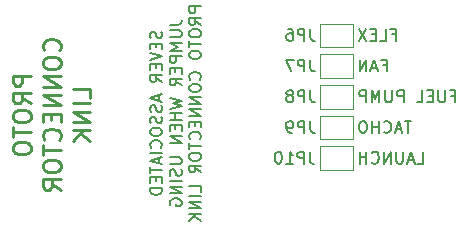
<source format=gbo>
G04 #@! TF.GenerationSoftware,KiCad,Pcbnew,(5.1.9-0-10_14)*
G04 #@! TF.CreationDate,2021-04-29T13:58:58+10:00*
G04 #@! TF.ProjectId,v0.4.4d,76302e34-2e34-4642-9e6b-696361645f70,4d*
G04 #@! TF.SameCoordinates,Original*
G04 #@! TF.FileFunction,Legend,Bot*
G04 #@! TF.FilePolarity,Positive*
%FSLAX46Y46*%
G04 Gerber Fmt 4.6, Leading zero omitted, Abs format (unit mm)*
G04 Created by KiCad (PCBNEW (5.1.9-0-10_14)) date 2021-04-29 13:58:58*
%MOMM*%
%LPD*%
G01*
G04 APERTURE LIST*
%ADD10C,0.150000*%
%ADD11C,0.287500*%
%ADD12C,0.120000*%
G04 APERTURE END LIST*
D10*
X144649880Y-111128571D02*
X144983214Y-111128571D01*
X144983214Y-111652380D02*
X144983214Y-110652380D01*
X144507023Y-110652380D01*
X143649880Y-111652380D02*
X144126071Y-111652380D01*
X144126071Y-110652380D01*
X143316547Y-111128571D02*
X142983214Y-111128571D01*
X142840357Y-111652380D02*
X143316547Y-111652380D01*
X143316547Y-110652380D01*
X142840357Y-110652380D01*
X142507023Y-110652380D02*
X141840357Y-111652380D01*
X141840357Y-110652380D02*
X142507023Y-111652380D01*
X143887976Y-113728571D02*
X144221309Y-113728571D01*
X144221309Y-114252380D02*
X144221309Y-113252380D01*
X143745119Y-113252380D01*
X143411785Y-113966666D02*
X142935595Y-113966666D01*
X143507023Y-114252380D02*
X143173690Y-113252380D01*
X142840357Y-114252380D01*
X142507023Y-114252380D02*
X142507023Y-113252380D01*
X141935595Y-114252380D01*
X141935595Y-113252380D01*
X149697500Y-116328571D02*
X150030833Y-116328571D01*
X150030833Y-116852380D02*
X150030833Y-115852380D01*
X149554642Y-115852380D01*
X149173690Y-115852380D02*
X149173690Y-116661904D01*
X149126071Y-116757142D01*
X149078452Y-116804761D01*
X148983214Y-116852380D01*
X148792738Y-116852380D01*
X148697500Y-116804761D01*
X148649880Y-116757142D01*
X148602261Y-116661904D01*
X148602261Y-115852380D01*
X148126071Y-116328571D02*
X147792738Y-116328571D01*
X147649880Y-116852380D02*
X148126071Y-116852380D01*
X148126071Y-115852380D01*
X147649880Y-115852380D01*
X146745119Y-116852380D02*
X147221309Y-116852380D01*
X147221309Y-115852380D01*
X145649880Y-116852380D02*
X145649880Y-115852380D01*
X145268928Y-115852380D01*
X145173690Y-115900000D01*
X145126071Y-115947619D01*
X145078452Y-116042857D01*
X145078452Y-116185714D01*
X145126071Y-116280952D01*
X145173690Y-116328571D01*
X145268928Y-116376190D01*
X145649880Y-116376190D01*
X144649880Y-115852380D02*
X144649880Y-116661904D01*
X144602261Y-116757142D01*
X144554642Y-116804761D01*
X144459404Y-116852380D01*
X144268928Y-116852380D01*
X144173690Y-116804761D01*
X144126071Y-116757142D01*
X144078452Y-116661904D01*
X144078452Y-115852380D01*
X143602261Y-116852380D02*
X143602261Y-115852380D01*
X143268928Y-116566666D01*
X142935595Y-115852380D01*
X142935595Y-116852380D01*
X142459404Y-116852380D02*
X142459404Y-115852380D01*
X142078452Y-115852380D01*
X141983214Y-115900000D01*
X141935595Y-115947619D01*
X141887976Y-116042857D01*
X141887976Y-116185714D01*
X141935595Y-116280952D01*
X141983214Y-116328571D01*
X142078452Y-116376190D01*
X142459404Y-116376190D01*
X146316547Y-118452380D02*
X145745119Y-118452380D01*
X146030833Y-119452380D02*
X146030833Y-118452380D01*
X145459404Y-119166666D02*
X144983214Y-119166666D01*
X145554642Y-119452380D02*
X145221309Y-118452380D01*
X144887976Y-119452380D01*
X143983214Y-119357142D02*
X144030833Y-119404761D01*
X144173690Y-119452380D01*
X144268928Y-119452380D01*
X144411785Y-119404761D01*
X144507023Y-119309523D01*
X144554642Y-119214285D01*
X144602261Y-119023809D01*
X144602261Y-118880952D01*
X144554642Y-118690476D01*
X144507023Y-118595238D01*
X144411785Y-118500000D01*
X144268928Y-118452380D01*
X144173690Y-118452380D01*
X144030833Y-118500000D01*
X143983214Y-118547619D01*
X143554642Y-119452380D02*
X143554642Y-118452380D01*
X143554642Y-118928571D02*
X142983214Y-118928571D01*
X142983214Y-119452380D02*
X142983214Y-118452380D01*
X142316547Y-118452380D02*
X142126071Y-118452380D01*
X142030833Y-118500000D01*
X141935595Y-118595238D01*
X141887976Y-118785714D01*
X141887976Y-119119047D01*
X141935595Y-119309523D01*
X142030833Y-119404761D01*
X142126071Y-119452380D01*
X142316547Y-119452380D01*
X142411785Y-119404761D01*
X142507023Y-119309523D01*
X142554642Y-119119047D01*
X142554642Y-118785714D01*
X142507023Y-118595238D01*
X142411785Y-118500000D01*
X142316547Y-118452380D01*
X146792738Y-122052380D02*
X147268928Y-122052380D01*
X147268928Y-121052380D01*
X146507023Y-121766666D02*
X146030833Y-121766666D01*
X146602261Y-122052380D02*
X146268928Y-121052380D01*
X145935595Y-122052380D01*
X145602261Y-121052380D02*
X145602261Y-121861904D01*
X145554642Y-121957142D01*
X145507023Y-122004761D01*
X145411785Y-122052380D01*
X145221309Y-122052380D01*
X145126071Y-122004761D01*
X145078452Y-121957142D01*
X145030833Y-121861904D01*
X145030833Y-121052380D01*
X144554642Y-122052380D02*
X144554642Y-121052380D01*
X143983214Y-122052380D01*
X143983214Y-121052380D01*
X142935595Y-121957142D02*
X142983214Y-122004761D01*
X143126071Y-122052380D01*
X143221309Y-122052380D01*
X143364166Y-122004761D01*
X143459404Y-121909523D01*
X143507023Y-121814285D01*
X143554642Y-121623809D01*
X143554642Y-121480952D01*
X143507023Y-121290476D01*
X143459404Y-121195238D01*
X143364166Y-121100000D01*
X143221309Y-121052380D01*
X143126071Y-121052380D01*
X142983214Y-121100000D01*
X142935595Y-121147619D01*
X142507023Y-122052380D02*
X142507023Y-121052380D01*
X142507023Y-121528571D02*
X141935595Y-121528571D01*
X141935595Y-122052380D02*
X141935595Y-121052380D01*
X125154761Y-110895238D02*
X125202380Y-111038095D01*
X125202380Y-111276190D01*
X125154761Y-111371428D01*
X125107142Y-111419047D01*
X125011904Y-111466666D01*
X124916666Y-111466666D01*
X124821428Y-111419047D01*
X124773809Y-111371428D01*
X124726190Y-111276190D01*
X124678571Y-111085714D01*
X124630952Y-110990476D01*
X124583333Y-110942857D01*
X124488095Y-110895238D01*
X124392857Y-110895238D01*
X124297619Y-110942857D01*
X124250000Y-110990476D01*
X124202380Y-111085714D01*
X124202380Y-111323809D01*
X124250000Y-111466666D01*
X124678571Y-111895238D02*
X124678571Y-112228571D01*
X125202380Y-112371428D02*
X125202380Y-111895238D01*
X124202380Y-111895238D01*
X124202380Y-112371428D01*
X124202380Y-112657142D02*
X125202380Y-112990476D01*
X124202380Y-113323809D01*
X124678571Y-113657142D02*
X124678571Y-113990476D01*
X125202380Y-114133333D02*
X125202380Y-113657142D01*
X124202380Y-113657142D01*
X124202380Y-114133333D01*
X125202380Y-115133333D02*
X124726190Y-114800000D01*
X125202380Y-114561904D02*
X124202380Y-114561904D01*
X124202380Y-114942857D01*
X124250000Y-115038095D01*
X124297619Y-115085714D01*
X124392857Y-115133333D01*
X124535714Y-115133333D01*
X124630952Y-115085714D01*
X124678571Y-115038095D01*
X124726190Y-114942857D01*
X124726190Y-114561904D01*
X124916666Y-116276190D02*
X124916666Y-116752380D01*
X125202380Y-116180952D02*
X124202380Y-116514285D01*
X125202380Y-116847619D01*
X125154761Y-117133333D02*
X125202380Y-117276190D01*
X125202380Y-117514285D01*
X125154761Y-117609523D01*
X125107142Y-117657142D01*
X125011904Y-117704761D01*
X124916666Y-117704761D01*
X124821428Y-117657142D01*
X124773809Y-117609523D01*
X124726190Y-117514285D01*
X124678571Y-117323809D01*
X124630952Y-117228571D01*
X124583333Y-117180952D01*
X124488095Y-117133333D01*
X124392857Y-117133333D01*
X124297619Y-117180952D01*
X124250000Y-117228571D01*
X124202380Y-117323809D01*
X124202380Y-117561904D01*
X124250000Y-117704761D01*
X125154761Y-118085714D02*
X125202380Y-118228571D01*
X125202380Y-118466666D01*
X125154761Y-118561904D01*
X125107142Y-118609523D01*
X125011904Y-118657142D01*
X124916666Y-118657142D01*
X124821428Y-118609523D01*
X124773809Y-118561904D01*
X124726190Y-118466666D01*
X124678571Y-118276190D01*
X124630952Y-118180952D01*
X124583333Y-118133333D01*
X124488095Y-118085714D01*
X124392857Y-118085714D01*
X124297619Y-118133333D01*
X124250000Y-118180952D01*
X124202380Y-118276190D01*
X124202380Y-118514285D01*
X124250000Y-118657142D01*
X124202380Y-119276190D02*
X124202380Y-119466666D01*
X124250000Y-119561904D01*
X124345238Y-119657142D01*
X124535714Y-119704761D01*
X124869047Y-119704761D01*
X125059523Y-119657142D01*
X125154761Y-119561904D01*
X125202380Y-119466666D01*
X125202380Y-119276190D01*
X125154761Y-119180952D01*
X125059523Y-119085714D01*
X124869047Y-119038095D01*
X124535714Y-119038095D01*
X124345238Y-119085714D01*
X124250000Y-119180952D01*
X124202380Y-119276190D01*
X125107142Y-120704761D02*
X125154761Y-120657142D01*
X125202380Y-120514285D01*
X125202380Y-120419047D01*
X125154761Y-120276190D01*
X125059523Y-120180952D01*
X124964285Y-120133333D01*
X124773809Y-120085714D01*
X124630952Y-120085714D01*
X124440476Y-120133333D01*
X124345238Y-120180952D01*
X124250000Y-120276190D01*
X124202380Y-120419047D01*
X124202380Y-120514285D01*
X124250000Y-120657142D01*
X124297619Y-120704761D01*
X125202380Y-121133333D02*
X124202380Y-121133333D01*
X124916666Y-121561904D02*
X124916666Y-122038095D01*
X125202380Y-121466666D02*
X124202380Y-121800000D01*
X125202380Y-122133333D01*
X124202380Y-122323809D02*
X124202380Y-122895238D01*
X125202380Y-122609523D02*
X124202380Y-122609523D01*
X124678571Y-123228571D02*
X124678571Y-123561904D01*
X125202380Y-123704761D02*
X125202380Y-123228571D01*
X124202380Y-123228571D01*
X124202380Y-123704761D01*
X125202380Y-124133333D02*
X124202380Y-124133333D01*
X124202380Y-124371428D01*
X124250000Y-124514285D01*
X124345238Y-124609523D01*
X124440476Y-124657142D01*
X124630952Y-124704761D01*
X124773809Y-124704761D01*
X124964285Y-124657142D01*
X125059523Y-124609523D01*
X125154761Y-124514285D01*
X125202380Y-124371428D01*
X125202380Y-124133333D01*
X125852380Y-110300000D02*
X126566666Y-110300000D01*
X126709523Y-110252380D01*
X126804761Y-110157142D01*
X126852380Y-110014285D01*
X126852380Y-109919047D01*
X125852380Y-110776190D02*
X126661904Y-110776190D01*
X126757142Y-110823809D01*
X126804761Y-110871428D01*
X126852380Y-110966666D01*
X126852380Y-111157142D01*
X126804761Y-111252380D01*
X126757142Y-111300000D01*
X126661904Y-111347619D01*
X125852380Y-111347619D01*
X126852380Y-111823809D02*
X125852380Y-111823809D01*
X126566666Y-112157142D01*
X125852380Y-112490476D01*
X126852380Y-112490476D01*
X126852380Y-112966666D02*
X125852380Y-112966666D01*
X125852380Y-113347619D01*
X125900000Y-113442857D01*
X125947619Y-113490476D01*
X126042857Y-113538095D01*
X126185714Y-113538095D01*
X126280952Y-113490476D01*
X126328571Y-113442857D01*
X126376190Y-113347619D01*
X126376190Y-112966666D01*
X126328571Y-113966666D02*
X126328571Y-114300000D01*
X126852380Y-114442857D02*
X126852380Y-113966666D01*
X125852380Y-113966666D01*
X125852380Y-114442857D01*
X126852380Y-115442857D02*
X126376190Y-115109523D01*
X126852380Y-114871428D02*
X125852380Y-114871428D01*
X125852380Y-115252380D01*
X125900000Y-115347619D01*
X125947619Y-115395238D01*
X126042857Y-115442857D01*
X126185714Y-115442857D01*
X126280952Y-115395238D01*
X126328571Y-115347619D01*
X126376190Y-115252380D01*
X126376190Y-114871428D01*
X125852380Y-116538095D02*
X126852380Y-116776190D01*
X126138095Y-116966666D01*
X126852380Y-117157142D01*
X125852380Y-117395238D01*
X126852380Y-117776190D02*
X125852380Y-117776190D01*
X126328571Y-117776190D02*
X126328571Y-118347619D01*
X126852380Y-118347619D02*
X125852380Y-118347619D01*
X126328571Y-118823809D02*
X126328571Y-119157142D01*
X126852380Y-119300000D02*
X126852380Y-118823809D01*
X125852380Y-118823809D01*
X125852380Y-119300000D01*
X126852380Y-119728571D02*
X125852380Y-119728571D01*
X126852380Y-120300000D01*
X125852380Y-120300000D01*
X125852380Y-121538095D02*
X126661904Y-121538095D01*
X126757142Y-121585714D01*
X126804761Y-121633333D01*
X126852380Y-121728571D01*
X126852380Y-121919047D01*
X126804761Y-122014285D01*
X126757142Y-122061904D01*
X126661904Y-122109523D01*
X125852380Y-122109523D01*
X126804761Y-122538095D02*
X126852380Y-122680952D01*
X126852380Y-122919047D01*
X126804761Y-123014285D01*
X126757142Y-123061904D01*
X126661904Y-123109523D01*
X126566666Y-123109523D01*
X126471428Y-123061904D01*
X126423809Y-123014285D01*
X126376190Y-122919047D01*
X126328571Y-122728571D01*
X126280952Y-122633333D01*
X126233333Y-122585714D01*
X126138095Y-122538095D01*
X126042857Y-122538095D01*
X125947619Y-122585714D01*
X125900000Y-122633333D01*
X125852380Y-122728571D01*
X125852380Y-122966666D01*
X125900000Y-123109523D01*
X126852380Y-123538095D02*
X125852380Y-123538095D01*
X126852380Y-124014285D02*
X125852380Y-124014285D01*
X126852380Y-124585714D01*
X125852380Y-124585714D01*
X125900000Y-125585714D02*
X125852380Y-125490476D01*
X125852380Y-125347619D01*
X125900000Y-125204761D01*
X125995238Y-125109523D01*
X126090476Y-125061904D01*
X126280952Y-125014285D01*
X126423809Y-125014285D01*
X126614285Y-125061904D01*
X126709523Y-125109523D01*
X126804761Y-125204761D01*
X126852380Y-125347619D01*
X126852380Y-125442857D01*
X126804761Y-125585714D01*
X126757142Y-125633333D01*
X126423809Y-125633333D01*
X126423809Y-125442857D01*
X128502380Y-108752380D02*
X127502380Y-108752380D01*
X127502380Y-109133333D01*
X127550000Y-109228571D01*
X127597619Y-109276190D01*
X127692857Y-109323809D01*
X127835714Y-109323809D01*
X127930952Y-109276190D01*
X127978571Y-109228571D01*
X128026190Y-109133333D01*
X128026190Y-108752380D01*
X128502380Y-110323809D02*
X128026190Y-109990476D01*
X128502380Y-109752380D02*
X127502380Y-109752380D01*
X127502380Y-110133333D01*
X127550000Y-110228571D01*
X127597619Y-110276190D01*
X127692857Y-110323809D01*
X127835714Y-110323809D01*
X127930952Y-110276190D01*
X127978571Y-110228571D01*
X128026190Y-110133333D01*
X128026190Y-109752380D01*
X127502380Y-110942857D02*
X127502380Y-111133333D01*
X127550000Y-111228571D01*
X127645238Y-111323809D01*
X127835714Y-111371428D01*
X128169047Y-111371428D01*
X128359523Y-111323809D01*
X128454761Y-111228571D01*
X128502380Y-111133333D01*
X128502380Y-110942857D01*
X128454761Y-110847619D01*
X128359523Y-110752380D01*
X128169047Y-110704761D01*
X127835714Y-110704761D01*
X127645238Y-110752380D01*
X127550000Y-110847619D01*
X127502380Y-110942857D01*
X127502380Y-111657142D02*
X127502380Y-112228571D01*
X128502380Y-111942857D02*
X127502380Y-111942857D01*
X127502380Y-112752380D02*
X127502380Y-112942857D01*
X127550000Y-113038095D01*
X127645238Y-113133333D01*
X127835714Y-113180952D01*
X128169047Y-113180952D01*
X128359523Y-113133333D01*
X128454761Y-113038095D01*
X128502380Y-112942857D01*
X128502380Y-112752380D01*
X128454761Y-112657142D01*
X128359523Y-112561904D01*
X128169047Y-112514285D01*
X127835714Y-112514285D01*
X127645238Y-112561904D01*
X127550000Y-112657142D01*
X127502380Y-112752380D01*
X128407142Y-114942857D02*
X128454761Y-114895238D01*
X128502380Y-114752380D01*
X128502380Y-114657142D01*
X128454761Y-114514285D01*
X128359523Y-114419047D01*
X128264285Y-114371428D01*
X128073809Y-114323809D01*
X127930952Y-114323809D01*
X127740476Y-114371428D01*
X127645238Y-114419047D01*
X127550000Y-114514285D01*
X127502380Y-114657142D01*
X127502380Y-114752380D01*
X127550000Y-114895238D01*
X127597619Y-114942857D01*
X127502380Y-115561904D02*
X127502380Y-115752380D01*
X127550000Y-115847619D01*
X127645238Y-115942857D01*
X127835714Y-115990476D01*
X128169047Y-115990476D01*
X128359523Y-115942857D01*
X128454761Y-115847619D01*
X128502380Y-115752380D01*
X128502380Y-115561904D01*
X128454761Y-115466666D01*
X128359523Y-115371428D01*
X128169047Y-115323809D01*
X127835714Y-115323809D01*
X127645238Y-115371428D01*
X127550000Y-115466666D01*
X127502380Y-115561904D01*
X128502380Y-116419047D02*
X127502380Y-116419047D01*
X128502380Y-116990476D01*
X127502380Y-116990476D01*
X128502380Y-117466666D02*
X127502380Y-117466666D01*
X128502380Y-118038095D01*
X127502380Y-118038095D01*
X127978571Y-118514285D02*
X127978571Y-118847619D01*
X128502380Y-118990476D02*
X128502380Y-118514285D01*
X127502380Y-118514285D01*
X127502380Y-118990476D01*
X128407142Y-119990476D02*
X128454761Y-119942857D01*
X128502380Y-119800000D01*
X128502380Y-119704761D01*
X128454761Y-119561904D01*
X128359523Y-119466666D01*
X128264285Y-119419047D01*
X128073809Y-119371428D01*
X127930952Y-119371428D01*
X127740476Y-119419047D01*
X127645238Y-119466666D01*
X127550000Y-119561904D01*
X127502380Y-119704761D01*
X127502380Y-119800000D01*
X127550000Y-119942857D01*
X127597619Y-119990476D01*
X127502380Y-120276190D02*
X127502380Y-120847619D01*
X128502380Y-120561904D02*
X127502380Y-120561904D01*
X127502380Y-121371428D02*
X127502380Y-121561904D01*
X127550000Y-121657142D01*
X127645238Y-121752380D01*
X127835714Y-121800000D01*
X128169047Y-121800000D01*
X128359523Y-121752380D01*
X128454761Y-121657142D01*
X128502380Y-121561904D01*
X128502380Y-121371428D01*
X128454761Y-121276190D01*
X128359523Y-121180952D01*
X128169047Y-121133333D01*
X127835714Y-121133333D01*
X127645238Y-121180952D01*
X127550000Y-121276190D01*
X127502380Y-121371428D01*
X128502380Y-122800000D02*
X128026190Y-122466666D01*
X128502380Y-122228571D02*
X127502380Y-122228571D01*
X127502380Y-122609523D01*
X127550000Y-122704761D01*
X127597619Y-122752380D01*
X127692857Y-122800000D01*
X127835714Y-122800000D01*
X127930952Y-122752380D01*
X127978571Y-122704761D01*
X128026190Y-122609523D01*
X128026190Y-122228571D01*
X128502380Y-124466666D02*
X128502380Y-123990476D01*
X127502380Y-123990476D01*
X128502380Y-124800000D02*
X127502380Y-124800000D01*
X128502380Y-125276190D02*
X127502380Y-125276190D01*
X128502380Y-125847619D01*
X127502380Y-125847619D01*
X128502380Y-126323809D02*
X127502380Y-126323809D01*
X128502380Y-126895238D02*
X127930952Y-126466666D01*
X127502380Y-126895238D02*
X128073809Y-126323809D01*
D11*
X114067857Y-114614285D02*
X112567857Y-114614285D01*
X112567857Y-115185714D01*
X112639286Y-115328571D01*
X112710714Y-115400000D01*
X112853571Y-115471428D01*
X113067857Y-115471428D01*
X113210714Y-115400000D01*
X113282143Y-115328571D01*
X113353571Y-115185714D01*
X113353571Y-114614285D01*
X114067857Y-116971428D02*
X113353571Y-116471428D01*
X114067857Y-116114285D02*
X112567857Y-116114285D01*
X112567857Y-116685714D01*
X112639286Y-116828571D01*
X112710714Y-116900000D01*
X112853571Y-116971428D01*
X113067857Y-116971428D01*
X113210714Y-116900000D01*
X113282143Y-116828571D01*
X113353571Y-116685714D01*
X113353571Y-116114285D01*
X112567857Y-117900000D02*
X112567857Y-118185714D01*
X112639286Y-118328571D01*
X112782143Y-118471428D01*
X113067857Y-118542857D01*
X113567857Y-118542857D01*
X113853571Y-118471428D01*
X113996428Y-118328571D01*
X114067857Y-118185714D01*
X114067857Y-117900000D01*
X113996428Y-117757142D01*
X113853571Y-117614285D01*
X113567857Y-117542857D01*
X113067857Y-117542857D01*
X112782143Y-117614285D01*
X112639286Y-117757142D01*
X112567857Y-117900000D01*
X112567857Y-118971428D02*
X112567857Y-119828571D01*
X114067857Y-119400000D02*
X112567857Y-119400000D01*
X112567857Y-120614285D02*
X112567857Y-120900000D01*
X112639286Y-121042857D01*
X112782143Y-121185714D01*
X113067857Y-121257142D01*
X113567857Y-121257142D01*
X113853571Y-121185714D01*
X113996428Y-121042857D01*
X114067857Y-120900000D01*
X114067857Y-120614285D01*
X113996428Y-120471428D01*
X113853571Y-120328571D01*
X113567857Y-120257142D01*
X113067857Y-120257142D01*
X112782143Y-120328571D01*
X112639286Y-120471428D01*
X112567857Y-120614285D01*
X116462500Y-112471428D02*
X116533928Y-112400000D01*
X116605357Y-112185714D01*
X116605357Y-112042857D01*
X116533928Y-111828571D01*
X116391071Y-111685714D01*
X116248214Y-111614285D01*
X115962500Y-111542857D01*
X115748214Y-111542857D01*
X115462500Y-111614285D01*
X115319643Y-111685714D01*
X115176786Y-111828571D01*
X115105357Y-112042857D01*
X115105357Y-112185714D01*
X115176786Y-112400000D01*
X115248214Y-112471428D01*
X115105357Y-113400000D02*
X115105357Y-113685714D01*
X115176786Y-113828571D01*
X115319643Y-113971428D01*
X115605357Y-114042857D01*
X116105357Y-114042857D01*
X116391071Y-113971428D01*
X116533928Y-113828571D01*
X116605357Y-113685714D01*
X116605357Y-113400000D01*
X116533928Y-113257142D01*
X116391071Y-113114285D01*
X116105357Y-113042857D01*
X115605357Y-113042857D01*
X115319643Y-113114285D01*
X115176786Y-113257142D01*
X115105357Y-113400000D01*
X116605357Y-114685714D02*
X115105357Y-114685714D01*
X116605357Y-115542857D01*
X115105357Y-115542857D01*
X116605357Y-116257142D02*
X115105357Y-116257142D01*
X116605357Y-117114285D01*
X115105357Y-117114285D01*
X115819643Y-117828571D02*
X115819643Y-118328571D01*
X116605357Y-118542857D02*
X116605357Y-117828571D01*
X115105357Y-117828571D01*
X115105357Y-118542857D01*
X116462500Y-120042857D02*
X116533928Y-119971428D01*
X116605357Y-119757142D01*
X116605357Y-119614285D01*
X116533928Y-119400000D01*
X116391071Y-119257142D01*
X116248214Y-119185714D01*
X115962500Y-119114285D01*
X115748214Y-119114285D01*
X115462500Y-119185714D01*
X115319643Y-119257142D01*
X115176786Y-119400000D01*
X115105357Y-119614285D01*
X115105357Y-119757142D01*
X115176786Y-119971428D01*
X115248214Y-120042857D01*
X115105357Y-120471428D02*
X115105357Y-121328571D01*
X116605357Y-120899999D02*
X115105357Y-120899999D01*
X115105357Y-122114285D02*
X115105357Y-122399999D01*
X115176786Y-122542857D01*
X115319643Y-122685714D01*
X115605357Y-122757142D01*
X116105357Y-122757142D01*
X116391071Y-122685714D01*
X116533928Y-122542857D01*
X116605357Y-122399999D01*
X116605357Y-122114285D01*
X116533928Y-121971428D01*
X116391071Y-121828571D01*
X116105357Y-121757142D01*
X115605357Y-121757142D01*
X115319643Y-121828571D01*
X115176786Y-121971428D01*
X115105357Y-122114285D01*
X116605357Y-124257142D02*
X115891071Y-123757142D01*
X116605357Y-123399999D02*
X115105357Y-123399999D01*
X115105357Y-123971428D01*
X115176786Y-124114285D01*
X115248214Y-124185714D01*
X115391071Y-124257142D01*
X115605357Y-124257142D01*
X115748214Y-124185714D01*
X115819643Y-124114285D01*
X115891071Y-123971428D01*
X115891071Y-123399999D01*
X119142857Y-116471428D02*
X119142857Y-115757142D01*
X117642857Y-115757142D01*
X119142857Y-116971428D02*
X117642857Y-116971428D01*
X119142857Y-117685714D02*
X117642857Y-117685714D01*
X119142857Y-118542857D01*
X117642857Y-118542857D01*
X119142857Y-119257142D02*
X117642857Y-119257142D01*
X119142857Y-120114285D02*
X118285714Y-119471428D01*
X117642857Y-120114285D02*
X118500000Y-119257142D01*
D12*
X141400000Y-122600000D02*
X141400000Y-120600000D01*
X138600000Y-122600000D02*
X141400000Y-122600000D01*
X138600000Y-120600000D02*
X138600000Y-122600000D01*
X141400000Y-120600000D02*
X138600000Y-120600000D01*
X141400000Y-120000000D02*
X141400000Y-118000000D01*
X138600000Y-120000000D02*
X141400000Y-120000000D01*
X138600000Y-118000000D02*
X138600000Y-120000000D01*
X141400000Y-118000000D02*
X138600000Y-118000000D01*
X141400000Y-117400000D02*
X141400000Y-115400000D01*
X138600000Y-117400000D02*
X141400000Y-117400000D01*
X138600000Y-115400000D02*
X138600000Y-117400000D01*
X141400000Y-115400000D02*
X138600000Y-115400000D01*
X141400000Y-114800000D02*
X141400000Y-112800000D01*
X138600000Y-114800000D02*
X141400000Y-114800000D01*
X138600000Y-112800000D02*
X138600000Y-114800000D01*
X141400000Y-112800000D02*
X138600000Y-112800000D01*
X141400000Y-112200000D02*
X141400000Y-110200000D01*
X138600000Y-112200000D02*
X141400000Y-112200000D01*
X138600000Y-110200000D02*
X138600000Y-112200000D01*
X141400000Y-110200000D02*
X138600000Y-110200000D01*
D10*
X137709523Y-121052380D02*
X137709523Y-121766666D01*
X137757142Y-121909523D01*
X137852380Y-122004761D01*
X137995238Y-122052380D01*
X138090476Y-122052380D01*
X137233333Y-122052380D02*
X137233333Y-121052380D01*
X136852380Y-121052380D01*
X136757142Y-121100000D01*
X136709523Y-121147619D01*
X136661904Y-121242857D01*
X136661904Y-121385714D01*
X136709523Y-121480952D01*
X136757142Y-121528571D01*
X136852380Y-121576190D01*
X137233333Y-121576190D01*
X135709523Y-122052380D02*
X136280952Y-122052380D01*
X135995238Y-122052380D02*
X135995238Y-121052380D01*
X136090476Y-121195238D01*
X136185714Y-121290476D01*
X136280952Y-121338095D01*
X135090476Y-121052380D02*
X134995238Y-121052380D01*
X134900000Y-121100000D01*
X134852380Y-121147619D01*
X134804761Y-121242857D01*
X134757142Y-121433333D01*
X134757142Y-121671428D01*
X134804761Y-121861904D01*
X134852380Y-121957142D01*
X134900000Y-122004761D01*
X134995238Y-122052380D01*
X135090476Y-122052380D01*
X135185714Y-122004761D01*
X135233333Y-121957142D01*
X135280952Y-121861904D01*
X135328571Y-121671428D01*
X135328571Y-121433333D01*
X135280952Y-121242857D01*
X135233333Y-121147619D01*
X135185714Y-121100000D01*
X135090476Y-121052380D01*
X137733333Y-118452380D02*
X137733333Y-119166666D01*
X137780952Y-119309523D01*
X137876190Y-119404761D01*
X138019047Y-119452380D01*
X138114285Y-119452380D01*
X137257142Y-119452380D02*
X137257142Y-118452380D01*
X136876190Y-118452380D01*
X136780952Y-118500000D01*
X136733333Y-118547619D01*
X136685714Y-118642857D01*
X136685714Y-118785714D01*
X136733333Y-118880952D01*
X136780952Y-118928571D01*
X136876190Y-118976190D01*
X137257142Y-118976190D01*
X136209523Y-119452380D02*
X136019047Y-119452380D01*
X135923809Y-119404761D01*
X135876190Y-119357142D01*
X135780952Y-119214285D01*
X135733333Y-119023809D01*
X135733333Y-118642857D01*
X135780952Y-118547619D01*
X135828571Y-118500000D01*
X135923809Y-118452380D01*
X136114285Y-118452380D01*
X136209523Y-118500000D01*
X136257142Y-118547619D01*
X136304761Y-118642857D01*
X136304761Y-118880952D01*
X136257142Y-118976190D01*
X136209523Y-119023809D01*
X136114285Y-119071428D01*
X135923809Y-119071428D01*
X135828571Y-119023809D01*
X135780952Y-118976190D01*
X135733333Y-118880952D01*
X137733333Y-115852380D02*
X137733333Y-116566666D01*
X137780952Y-116709523D01*
X137876190Y-116804761D01*
X138019047Y-116852380D01*
X138114285Y-116852380D01*
X137257142Y-116852380D02*
X137257142Y-115852380D01*
X136876190Y-115852380D01*
X136780952Y-115900000D01*
X136733333Y-115947619D01*
X136685714Y-116042857D01*
X136685714Y-116185714D01*
X136733333Y-116280952D01*
X136780952Y-116328571D01*
X136876190Y-116376190D01*
X137257142Y-116376190D01*
X136114285Y-116280952D02*
X136209523Y-116233333D01*
X136257142Y-116185714D01*
X136304761Y-116090476D01*
X136304761Y-116042857D01*
X136257142Y-115947619D01*
X136209523Y-115900000D01*
X136114285Y-115852380D01*
X135923809Y-115852380D01*
X135828571Y-115900000D01*
X135780952Y-115947619D01*
X135733333Y-116042857D01*
X135733333Y-116090476D01*
X135780952Y-116185714D01*
X135828571Y-116233333D01*
X135923809Y-116280952D01*
X136114285Y-116280952D01*
X136209523Y-116328571D01*
X136257142Y-116376190D01*
X136304761Y-116471428D01*
X136304761Y-116661904D01*
X136257142Y-116757142D01*
X136209523Y-116804761D01*
X136114285Y-116852380D01*
X135923809Y-116852380D01*
X135828571Y-116804761D01*
X135780952Y-116757142D01*
X135733333Y-116661904D01*
X135733333Y-116471428D01*
X135780952Y-116376190D01*
X135828571Y-116328571D01*
X135923809Y-116280952D01*
X137733333Y-113252380D02*
X137733333Y-113966666D01*
X137780952Y-114109523D01*
X137876190Y-114204761D01*
X138019047Y-114252380D01*
X138114285Y-114252380D01*
X137257142Y-114252380D02*
X137257142Y-113252380D01*
X136876190Y-113252380D01*
X136780952Y-113300000D01*
X136733333Y-113347619D01*
X136685714Y-113442857D01*
X136685714Y-113585714D01*
X136733333Y-113680952D01*
X136780952Y-113728571D01*
X136876190Y-113776190D01*
X137257142Y-113776190D01*
X136352380Y-113252380D02*
X135685714Y-113252380D01*
X136114285Y-114252380D01*
X137733333Y-110652380D02*
X137733333Y-111366666D01*
X137780952Y-111509523D01*
X137876190Y-111604761D01*
X138019047Y-111652380D01*
X138114285Y-111652380D01*
X137257142Y-111652380D02*
X137257142Y-110652380D01*
X136876190Y-110652380D01*
X136780952Y-110700000D01*
X136733333Y-110747619D01*
X136685714Y-110842857D01*
X136685714Y-110985714D01*
X136733333Y-111080952D01*
X136780952Y-111128571D01*
X136876190Y-111176190D01*
X137257142Y-111176190D01*
X135828571Y-110652380D02*
X136019047Y-110652380D01*
X136114285Y-110700000D01*
X136161904Y-110747619D01*
X136257142Y-110890476D01*
X136304761Y-111080952D01*
X136304761Y-111461904D01*
X136257142Y-111557142D01*
X136209523Y-111604761D01*
X136114285Y-111652380D01*
X135923809Y-111652380D01*
X135828571Y-111604761D01*
X135780952Y-111557142D01*
X135733333Y-111461904D01*
X135733333Y-111223809D01*
X135780952Y-111128571D01*
X135828571Y-111080952D01*
X135923809Y-111033333D01*
X136114285Y-111033333D01*
X136209523Y-111080952D01*
X136257142Y-111128571D01*
X136304761Y-111223809D01*
M02*

</source>
